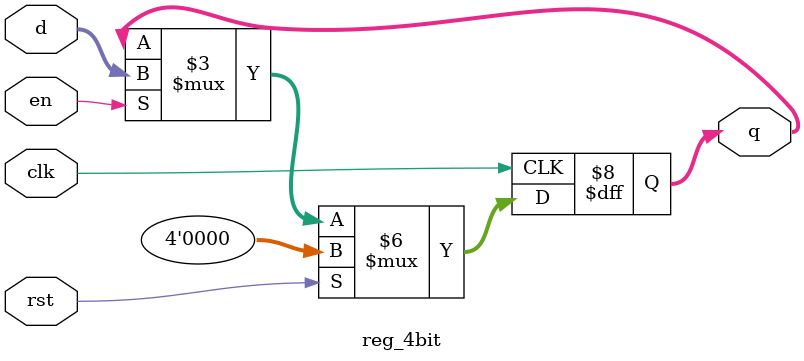
<source format=v>
module reg_4bit(
input [3:0] d,
input clk,rst,
input en,
output reg [3:0] q
);
always @(posedge clk) begin 
if(rst) 
  q<=4'b0000;
else if(en) //when en=1 new data gets loaded else old data will be in hold
  q<=d;
else 
  q<=q;
end
endmodule


</source>
